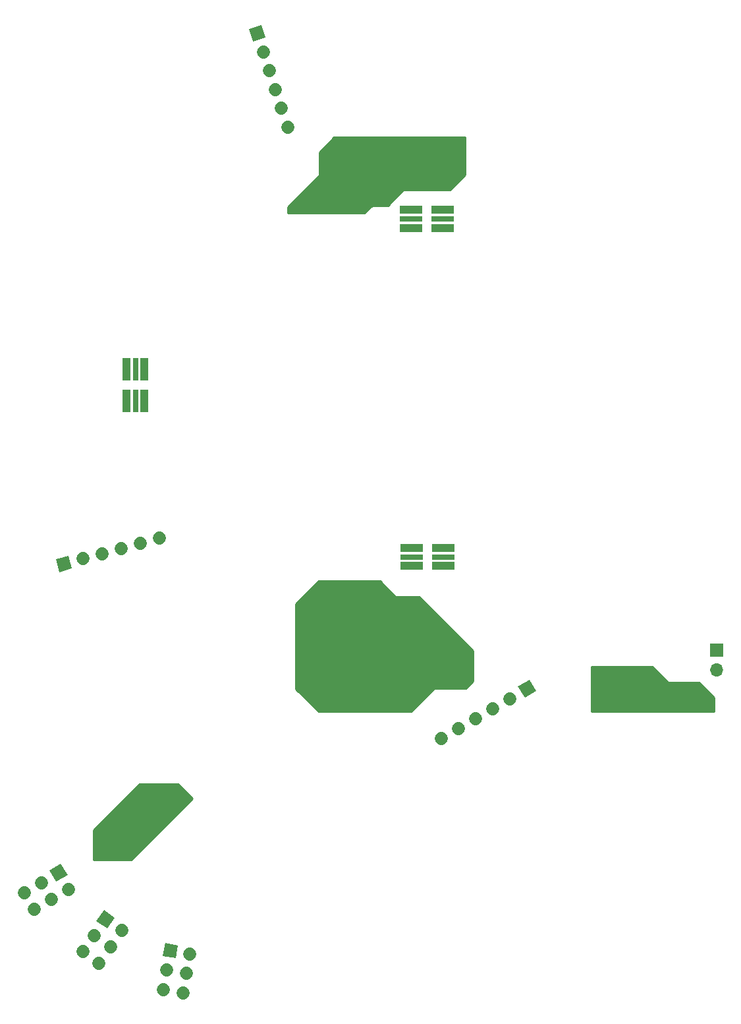
<source format=gbs>
G04 #@! TF.FileFunction,Soldermask,Bot*
%FSLAX46Y46*%
G04 Gerber Fmt 4.6, Leading zero omitted, Abs format (unit mm)*
G04 Created by KiCad (PCBNEW 4.0.7) date Sat Jun  9 21:25:33 2018*
%MOMM*%
%LPD*%
G01*
G04 APERTURE LIST*
%ADD10C,0.100000*%
%ADD11R,2.850000X1.000000*%
%ADD12R,2.850000X0.800000*%
%ADD13R,1.000000X2.850000*%
%ADD14R,0.800000X2.850000*%
%ADD15R,1.700000X1.700000*%
%ADD16O,1.700000X1.700000*%
%ADD17C,1.700000*%
%ADD18C,0.254000*%
G04 APERTURE END LIST*
D10*
D11*
X154050000Y-105850000D03*
X154050000Y-108150000D03*
D12*
X150000000Y-107000000D03*
X154050000Y-107000000D03*
D11*
X150000000Y-108150000D03*
X150000000Y-105850000D03*
D13*
X115650000Y-87000000D03*
X113350000Y-87000000D03*
D14*
X114500000Y-82950000D03*
X114500000Y-87000000D03*
D13*
X113350000Y-82950000D03*
X115650000Y-82950000D03*
D11*
X154000000Y-62450000D03*
X154000000Y-64750000D03*
D12*
X149950000Y-63600000D03*
X154000000Y-63600000D03*
D11*
X149950000Y-64750000D03*
X149950000Y-62450000D03*
D15*
X189250000Y-118960000D03*
D16*
X189250000Y-121500000D03*
D10*
G36*
X118013900Y-158248420D02*
X118309102Y-156574246D01*
X119983276Y-156869448D01*
X119688074Y-158543622D01*
X118013900Y-158248420D01*
X118013900Y-158248420D01*
G37*
D17*
X121500000Y-158000000D02*
X121500000Y-158000000D01*
X118557522Y-160060346D02*
X118557522Y-160060346D01*
X121058933Y-160501412D02*
X121058933Y-160501412D01*
X118116455Y-162561757D02*
X118116455Y-162561757D01*
X120617867Y-163002824D02*
X120617867Y-163002824D01*
D10*
G36*
X103456197Y-147243125D02*
X104928441Y-146393125D01*
X105778441Y-147865369D01*
X104306197Y-148715369D01*
X103456197Y-147243125D01*
X103456197Y-147243125D01*
G37*
D17*
X105887319Y-149753952D02*
X105887319Y-149753952D01*
X102417614Y-148824247D02*
X102417614Y-148824247D01*
X103687614Y-151023952D02*
X103687614Y-151023952D01*
X100217910Y-150094247D02*
X100217910Y-150094247D01*
X101487910Y-152293952D02*
X101487910Y-152293952D01*
D10*
G36*
X109485535Y-153751855D02*
X110460615Y-152359297D01*
X111853173Y-153334377D01*
X110878093Y-154726935D01*
X109485535Y-153751855D01*
X109485535Y-153751855D01*
G37*
D17*
X112750000Y-155000000D02*
X112750000Y-155000000D01*
X109212470Y-155623762D02*
X109212470Y-155623762D01*
X111293116Y-157080646D02*
X111293116Y-157080646D01*
X107755586Y-157704408D02*
X107755586Y-157704408D01*
X109836232Y-159161293D02*
X109836232Y-159161293D01*
D10*
G36*
X163687992Y-123628878D02*
X165160236Y-122778878D01*
X166010236Y-124251122D01*
X164537992Y-125101122D01*
X163687992Y-123628878D01*
X163687992Y-123628878D01*
G37*
D17*
X162649409Y-125210000D02*
X162649409Y-125210000D01*
X160449705Y-126480000D02*
X160449705Y-126480000D01*
X158250000Y-127750000D02*
X158250000Y-127750000D01*
X156050296Y-129020000D02*
X156050296Y-129020000D01*
X153850591Y-130290000D02*
X153850591Y-130290000D01*
D10*
G36*
X106337581Y-108508441D02*
X104695507Y-108948433D01*
X104255515Y-107306359D01*
X105897589Y-106866367D01*
X106337581Y-108508441D01*
X106337581Y-108508441D01*
G37*
D17*
X107750000Y-107250000D02*
X107750000Y-107250000D01*
X110203451Y-106592599D02*
X110203451Y-106592599D01*
X112656903Y-105935199D02*
X112656903Y-105935199D01*
X115110354Y-105277799D02*
X115110354Y-105277799D01*
X117563806Y-104620398D02*
X117563806Y-104620398D01*
D10*
G36*
X129599557Y-40824011D02*
X129074229Y-39207215D01*
X130691025Y-38681887D01*
X131216353Y-40298683D01*
X129599557Y-40824011D01*
X129599557Y-40824011D01*
G37*
D17*
X130930194Y-42168633D02*
X130930194Y-42168633D01*
X131715097Y-44584316D02*
X131715097Y-44584316D01*
X132500000Y-47000000D02*
X132500000Y-47000000D01*
X133284904Y-49415683D02*
X133284904Y-49415683D01*
X134069807Y-51831367D02*
X134069807Y-51831367D01*
D18*
G36*
X156873000Y-57947394D02*
X154947394Y-59873000D01*
X149000000Y-59873000D01*
X148950590Y-59883006D01*
X148910197Y-59910197D01*
X146947394Y-61873000D01*
X145000000Y-61873000D01*
X144950590Y-61883006D01*
X144910197Y-61910197D01*
X143947394Y-62873000D01*
X134127000Y-62873000D01*
X134127000Y-62052606D01*
X138089803Y-58089803D01*
X138117666Y-58047789D01*
X138127000Y-58000000D01*
X138127000Y-55052606D01*
X140052606Y-53127000D01*
X156873000Y-53127000D01*
X156873000Y-57947394D01*
X156873000Y-57947394D01*
G37*
X156873000Y-57947394D02*
X154947394Y-59873000D01*
X149000000Y-59873000D01*
X148950590Y-59883006D01*
X148910197Y-59910197D01*
X146947394Y-61873000D01*
X145000000Y-61873000D01*
X144950590Y-61883006D01*
X144910197Y-61910197D01*
X143947394Y-62873000D01*
X134127000Y-62873000D01*
X134127000Y-62052606D01*
X138089803Y-58089803D01*
X138117666Y-58047789D01*
X138127000Y-58000000D01*
X138127000Y-55052606D01*
X140052606Y-53127000D01*
X156873000Y-53127000D01*
X156873000Y-57947394D01*
G36*
X147910197Y-112089803D02*
X147952211Y-112117666D01*
X148000000Y-112127000D01*
X150947394Y-112127000D01*
X157873000Y-119052606D01*
X157873000Y-122947394D01*
X156947394Y-123873000D01*
X153000000Y-123873000D01*
X152950590Y-123883006D01*
X152910197Y-123910197D01*
X149947394Y-126873000D01*
X138052606Y-126873000D01*
X135127000Y-123947394D01*
X135127000Y-113052606D01*
X138052606Y-110127000D01*
X145947394Y-110127000D01*
X147910197Y-112089803D01*
X147910197Y-112089803D01*
G37*
X147910197Y-112089803D02*
X147952211Y-112117666D01*
X148000000Y-112127000D01*
X150947394Y-112127000D01*
X157873000Y-119052606D01*
X157873000Y-122947394D01*
X156947394Y-123873000D01*
X153000000Y-123873000D01*
X152950590Y-123883006D01*
X152910197Y-123910197D01*
X149947394Y-126873000D01*
X138052606Y-126873000D01*
X135127000Y-123947394D01*
X135127000Y-113052606D01*
X138052606Y-110127000D01*
X145947394Y-110127000D01*
X147910197Y-112089803D01*
G36*
X121820394Y-138000000D02*
X113947394Y-145873000D01*
X109127000Y-145873000D01*
X109127000Y-142052606D01*
X115052606Y-136127000D01*
X119947394Y-136127000D01*
X121820394Y-138000000D01*
X121820394Y-138000000D01*
G37*
X121820394Y-138000000D02*
X113947394Y-145873000D01*
X109127000Y-145873000D01*
X109127000Y-142052606D01*
X115052606Y-136127000D01*
X119947394Y-136127000D01*
X121820394Y-138000000D01*
G36*
X182910197Y-123089803D02*
X182952211Y-123117666D01*
X183000000Y-123127000D01*
X186947394Y-123127000D01*
X188873000Y-125052606D01*
X188873000Y-126873000D01*
X173127000Y-126873000D01*
X173127000Y-121127000D01*
X180947394Y-121127000D01*
X182910197Y-123089803D01*
X182910197Y-123089803D01*
G37*
X182910197Y-123089803D02*
X182952211Y-123117666D01*
X183000000Y-123127000D01*
X186947394Y-123127000D01*
X188873000Y-125052606D01*
X188873000Y-126873000D01*
X173127000Y-126873000D01*
X173127000Y-121127000D01*
X180947394Y-121127000D01*
X182910197Y-123089803D01*
M02*

</source>
